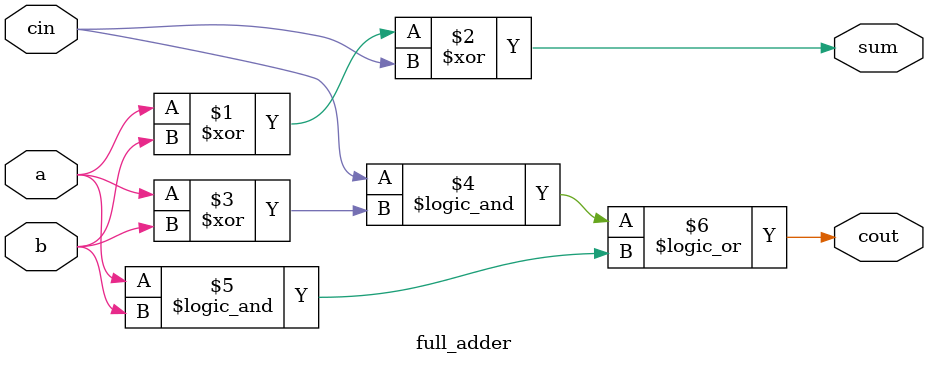
<source format=sv>

module full_adder (
  input a, b, cin,
  output sum, cout
);
  
  assign sum = a ^ b ^ cin;
  assign cout = cin && (a ^ b) || (a&&b);
  
endmodule

</source>
